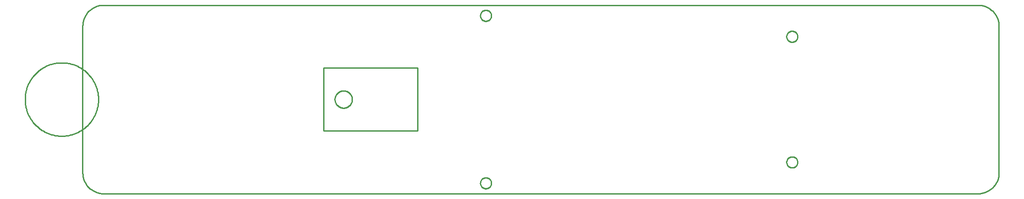
<source format=gbr>
G04 EAGLE Gerber RS-274X export*
G75*
%MOMM*%
%FSLAX34Y34*%
%LPD*%
%IN*%
%IPPOS*%
%AMOC8*
5,1,8,0,0,1.08239X$1,22.5*%
G01*
%ADD10C,0.254000*%


D10*
X0Y40000D02*
X152Y36514D01*
X608Y33054D01*
X1363Y29647D01*
X2412Y26319D01*
X3748Y23095D01*
X5359Y20000D01*
X7234Y17057D01*
X9358Y14289D01*
X11716Y11716D01*
X14289Y9358D01*
X17057Y7234D01*
X20000Y5359D01*
X23095Y3748D01*
X26319Y2412D01*
X29647Y1363D01*
X33054Y608D01*
X36514Y152D01*
X40000Y0D01*
X1710000Y0D01*
X1713486Y152D01*
X1716946Y608D01*
X1720353Y1363D01*
X1723681Y2412D01*
X1726905Y3748D01*
X1730000Y5359D01*
X1732943Y7234D01*
X1735712Y9358D01*
X1738284Y11716D01*
X1740642Y14289D01*
X1742766Y17057D01*
X1744641Y20000D01*
X1746252Y23095D01*
X1747588Y26319D01*
X1748637Y29647D01*
X1749392Y33054D01*
X1749848Y36514D01*
X1750000Y40000D01*
X1750000Y320000D01*
X1749848Y323486D01*
X1749392Y326946D01*
X1748637Y330353D01*
X1747588Y333681D01*
X1746252Y336905D01*
X1744641Y340000D01*
X1742766Y342943D01*
X1740642Y345712D01*
X1738284Y348284D01*
X1735712Y350642D01*
X1732943Y352766D01*
X1730000Y354641D01*
X1726905Y356252D01*
X1723681Y357588D01*
X1720353Y358637D01*
X1716946Y359392D01*
X1713486Y359848D01*
X1710000Y360000D01*
X40000Y360000D01*
X36514Y359848D01*
X33054Y359392D01*
X29647Y358637D01*
X26319Y357588D01*
X23095Y356252D01*
X20000Y354641D01*
X17057Y352766D01*
X14289Y350642D01*
X11716Y348284D01*
X9358Y345712D01*
X7234Y342943D01*
X5359Y340000D01*
X3748Y336905D01*
X2412Y333681D01*
X1363Y330353D01*
X608Y326946D01*
X152Y323486D01*
X0Y320000D01*
X0Y40000D01*
X460000Y120000D02*
X640000Y120000D01*
X640000Y240000D01*
X460000Y240000D01*
X460000Y120000D01*
X1365500Y299587D02*
X1365435Y298765D01*
X1365306Y297950D01*
X1365114Y297148D01*
X1364859Y296363D01*
X1364543Y295601D01*
X1364168Y294866D01*
X1363737Y294162D01*
X1363252Y293495D01*
X1362716Y292867D01*
X1362133Y292284D01*
X1361506Y291748D01*
X1360838Y291263D01*
X1360134Y290832D01*
X1359399Y290457D01*
X1358637Y290141D01*
X1357852Y289886D01*
X1357050Y289694D01*
X1356235Y289565D01*
X1355413Y289500D01*
X1354587Y289500D01*
X1353765Y289565D01*
X1352950Y289694D01*
X1352148Y289886D01*
X1351363Y290141D01*
X1350601Y290457D01*
X1349866Y290832D01*
X1349162Y291263D01*
X1348495Y291748D01*
X1347867Y292284D01*
X1347284Y292867D01*
X1346748Y293495D01*
X1346263Y294162D01*
X1345832Y294866D01*
X1345457Y295601D01*
X1345141Y296363D01*
X1344886Y297148D01*
X1344694Y297950D01*
X1344565Y298765D01*
X1344500Y299587D01*
X1344500Y300413D01*
X1344565Y301235D01*
X1344694Y302050D01*
X1344886Y302852D01*
X1345141Y303637D01*
X1345457Y304399D01*
X1345832Y305134D01*
X1346263Y305838D01*
X1346748Y306506D01*
X1347284Y307133D01*
X1347867Y307716D01*
X1348495Y308252D01*
X1349162Y308737D01*
X1349866Y309168D01*
X1350601Y309543D01*
X1351363Y309859D01*
X1352148Y310114D01*
X1352950Y310306D01*
X1353765Y310435D01*
X1354587Y310500D01*
X1355413Y310500D01*
X1356235Y310435D01*
X1357050Y310306D01*
X1357852Y310114D01*
X1358637Y309859D01*
X1359399Y309543D01*
X1360134Y309168D01*
X1360838Y308737D01*
X1361506Y308252D01*
X1362133Y307716D01*
X1362716Y307133D01*
X1363252Y306506D01*
X1363737Y305838D01*
X1364168Y305134D01*
X1364543Y304399D01*
X1364859Y303637D01*
X1365114Y302852D01*
X1365306Y302050D01*
X1365435Y301235D01*
X1365500Y300413D01*
X1365500Y299587D01*
X1365500Y59587D02*
X1365435Y58765D01*
X1365306Y57950D01*
X1365114Y57148D01*
X1364859Y56363D01*
X1364543Y55601D01*
X1364168Y54866D01*
X1363737Y54162D01*
X1363252Y53495D01*
X1362716Y52867D01*
X1362133Y52284D01*
X1361506Y51748D01*
X1360838Y51263D01*
X1360134Y50832D01*
X1359399Y50457D01*
X1358637Y50141D01*
X1357852Y49886D01*
X1357050Y49694D01*
X1356235Y49565D01*
X1355413Y49500D01*
X1354587Y49500D01*
X1353765Y49565D01*
X1352950Y49694D01*
X1352148Y49886D01*
X1351363Y50141D01*
X1350601Y50457D01*
X1349866Y50832D01*
X1349162Y51263D01*
X1348495Y51748D01*
X1347867Y52284D01*
X1347284Y52867D01*
X1346748Y53495D01*
X1346263Y54162D01*
X1345832Y54866D01*
X1345457Y55601D01*
X1345141Y56363D01*
X1344886Y57148D01*
X1344694Y57950D01*
X1344565Y58765D01*
X1344500Y59587D01*
X1344500Y60413D01*
X1344565Y61235D01*
X1344694Y62050D01*
X1344886Y62852D01*
X1345141Y63637D01*
X1345457Y64399D01*
X1345832Y65134D01*
X1346263Y65838D01*
X1346748Y66506D01*
X1347284Y67133D01*
X1347867Y67716D01*
X1348495Y68252D01*
X1349162Y68737D01*
X1349866Y69168D01*
X1350601Y69543D01*
X1351363Y69859D01*
X1352148Y70114D01*
X1352950Y70306D01*
X1353765Y70435D01*
X1354587Y70500D01*
X1355413Y70500D01*
X1356235Y70435D01*
X1357050Y70306D01*
X1357852Y70114D01*
X1358637Y69859D01*
X1359399Y69543D01*
X1360134Y69168D01*
X1360838Y68737D01*
X1361506Y68252D01*
X1362133Y67716D01*
X1362716Y67133D01*
X1363252Y66506D01*
X1363737Y65838D01*
X1364168Y65134D01*
X1364543Y64399D01*
X1364859Y63637D01*
X1365114Y62852D01*
X1365306Y62050D01*
X1365435Y61235D01*
X1365500Y60413D01*
X1365500Y59587D01*
X30000Y178855D02*
X29925Y176565D01*
X29775Y174279D01*
X29551Y171999D01*
X29252Y169728D01*
X28878Y167467D01*
X28432Y165220D01*
X27911Y162989D01*
X27318Y160776D01*
X26653Y158584D01*
X25917Y156415D01*
X25110Y154270D01*
X24233Y152154D01*
X23288Y150067D01*
X22274Y148012D01*
X21195Y145992D01*
X20049Y144008D01*
X18839Y142063D01*
X17566Y140158D01*
X16232Y138295D01*
X14837Y136478D01*
X13384Y134707D01*
X11874Y132985D01*
X10307Y131313D01*
X8688Y129693D01*
X7015Y128126D01*
X5293Y126616D01*
X3522Y125163D01*
X1705Y123768D01*
X-158Y122434D01*
X-2063Y121161D01*
X-4008Y119951D01*
X-5992Y118806D01*
X-8012Y117726D01*
X-10067Y116712D01*
X-12154Y115767D01*
X-14270Y114890D01*
X-16415Y114083D01*
X-18584Y113347D01*
X-20776Y112682D01*
X-22989Y112089D01*
X-25220Y111569D01*
X-27467Y111122D01*
X-29728Y110748D01*
X-31999Y110449D01*
X-34279Y110225D01*
X-36565Y110075D01*
X-38855Y110000D01*
X-41145Y110000D01*
X-43435Y110075D01*
X-45721Y110225D01*
X-48001Y110449D01*
X-50273Y110748D01*
X-52533Y111122D01*
X-54780Y111569D01*
X-57011Y112089D01*
X-59224Y112682D01*
X-61416Y113347D01*
X-63585Y114083D01*
X-65730Y114890D01*
X-67846Y115767D01*
X-69933Y116712D01*
X-71988Y117726D01*
X-74008Y118806D01*
X-75992Y119951D01*
X-77938Y121161D01*
X-79842Y122434D01*
X-81705Y123768D01*
X-83522Y125163D01*
X-85293Y126616D01*
X-87015Y128126D01*
X-88688Y129693D01*
X-90307Y131313D01*
X-91874Y132985D01*
X-93384Y134707D01*
X-94837Y136478D01*
X-96232Y138295D01*
X-97566Y140158D01*
X-98839Y142063D01*
X-100049Y144008D01*
X-101195Y145992D01*
X-102274Y148012D01*
X-103288Y150067D01*
X-104233Y152154D01*
X-105110Y154270D01*
X-105917Y156415D01*
X-106653Y158584D01*
X-107318Y160776D01*
X-107911Y162989D01*
X-108432Y165220D01*
X-108878Y167467D01*
X-109252Y169728D01*
X-109551Y171999D01*
X-109775Y174279D01*
X-109925Y176565D01*
X-110000Y178855D01*
X-110000Y181145D01*
X-109925Y183435D01*
X-109775Y185721D01*
X-109551Y188001D01*
X-109252Y190273D01*
X-108878Y192533D01*
X-108432Y194780D01*
X-107911Y197011D01*
X-107318Y199224D01*
X-106653Y201416D01*
X-105917Y203585D01*
X-105110Y205730D01*
X-104233Y207846D01*
X-103288Y209933D01*
X-102274Y211988D01*
X-101195Y214008D01*
X-100049Y215992D01*
X-98839Y217938D01*
X-97566Y219842D01*
X-96232Y221705D01*
X-94837Y223522D01*
X-93384Y225293D01*
X-91874Y227015D01*
X-90307Y228688D01*
X-88688Y230307D01*
X-87015Y231874D01*
X-85293Y233384D01*
X-83522Y234837D01*
X-81705Y236232D01*
X-79842Y237566D01*
X-77938Y238839D01*
X-75992Y240049D01*
X-74008Y241195D01*
X-71988Y242274D01*
X-69933Y243288D01*
X-67846Y244233D01*
X-65730Y245110D01*
X-63585Y245917D01*
X-61416Y246653D01*
X-59224Y247318D01*
X-57011Y247911D01*
X-54780Y248432D01*
X-52533Y248878D01*
X-50273Y249252D01*
X-48001Y249551D01*
X-45721Y249775D01*
X-43435Y249925D01*
X-41145Y250000D01*
X-38855Y250000D01*
X-36565Y249925D01*
X-34279Y249775D01*
X-31999Y249551D01*
X-29728Y249252D01*
X-27467Y248878D01*
X-25220Y248432D01*
X-22989Y247911D01*
X-20776Y247318D01*
X-18584Y246653D01*
X-16415Y245917D01*
X-14270Y245110D01*
X-12154Y244233D01*
X-10067Y243288D01*
X-8012Y242274D01*
X-5992Y241195D01*
X-4008Y240049D01*
X-2063Y238839D01*
X-158Y237566D01*
X1705Y236232D01*
X3522Y234837D01*
X5293Y233384D01*
X7015Y231874D01*
X8688Y230307D01*
X10307Y228688D01*
X11874Y227015D01*
X13384Y225293D01*
X14837Y223522D01*
X16232Y221705D01*
X17566Y219842D01*
X18839Y217938D01*
X20049Y215992D01*
X21195Y214008D01*
X22274Y211988D01*
X23288Y209933D01*
X24233Y207846D01*
X25110Y205730D01*
X25917Y203585D01*
X26653Y201416D01*
X27318Y199224D01*
X27911Y197011D01*
X28432Y194780D01*
X28878Y192533D01*
X29252Y190273D01*
X29551Y188001D01*
X29775Y185721D01*
X29925Y183435D01*
X30000Y181145D01*
X30000Y178855D01*
X780500Y339587D02*
X780435Y338765D01*
X780306Y337950D01*
X780114Y337148D01*
X779859Y336363D01*
X779543Y335601D01*
X779168Y334866D01*
X778737Y334162D01*
X778252Y333495D01*
X777716Y332867D01*
X777133Y332284D01*
X776506Y331748D01*
X775838Y331263D01*
X775134Y330832D01*
X774399Y330457D01*
X773637Y330141D01*
X772852Y329886D01*
X772050Y329694D01*
X771235Y329565D01*
X770413Y329500D01*
X769587Y329500D01*
X768765Y329565D01*
X767950Y329694D01*
X767148Y329886D01*
X766363Y330141D01*
X765601Y330457D01*
X764866Y330832D01*
X764162Y331263D01*
X763495Y331748D01*
X762867Y332284D01*
X762284Y332867D01*
X761748Y333495D01*
X761263Y334162D01*
X760832Y334866D01*
X760457Y335601D01*
X760141Y336363D01*
X759886Y337148D01*
X759694Y337950D01*
X759565Y338765D01*
X759500Y339587D01*
X759500Y340413D01*
X759565Y341235D01*
X759694Y342050D01*
X759886Y342852D01*
X760141Y343637D01*
X760457Y344399D01*
X760832Y345134D01*
X761263Y345838D01*
X761748Y346506D01*
X762284Y347133D01*
X762867Y347716D01*
X763495Y348252D01*
X764162Y348737D01*
X764866Y349168D01*
X765601Y349543D01*
X766363Y349859D01*
X767148Y350114D01*
X767950Y350306D01*
X768765Y350435D01*
X769587Y350500D01*
X770413Y350500D01*
X771235Y350435D01*
X772050Y350306D01*
X772852Y350114D01*
X773637Y349859D01*
X774399Y349543D01*
X775134Y349168D01*
X775838Y348737D01*
X776506Y348252D01*
X777133Y347716D01*
X777716Y347133D01*
X778252Y346506D01*
X778737Y345838D01*
X779168Y345134D01*
X779543Y344399D01*
X779859Y343637D01*
X780114Y342852D01*
X780306Y342050D01*
X780435Y341235D01*
X780500Y340413D01*
X780500Y339587D01*
X780500Y19587D02*
X780435Y18765D01*
X780306Y17950D01*
X780114Y17148D01*
X779859Y16363D01*
X779543Y15601D01*
X779168Y14866D01*
X778737Y14162D01*
X778252Y13495D01*
X777716Y12867D01*
X777133Y12284D01*
X776506Y11748D01*
X775838Y11263D01*
X775134Y10832D01*
X774399Y10457D01*
X773637Y10141D01*
X772852Y9886D01*
X772050Y9694D01*
X771235Y9565D01*
X770413Y9500D01*
X769587Y9500D01*
X768765Y9565D01*
X767950Y9694D01*
X767148Y9886D01*
X766363Y10141D01*
X765601Y10457D01*
X764866Y10832D01*
X764162Y11263D01*
X763495Y11748D01*
X762867Y12284D01*
X762284Y12867D01*
X761748Y13495D01*
X761263Y14162D01*
X760832Y14866D01*
X760457Y15601D01*
X760141Y16363D01*
X759886Y17148D01*
X759694Y17950D01*
X759565Y18765D01*
X759500Y19587D01*
X759500Y20413D01*
X759565Y21235D01*
X759694Y22050D01*
X759886Y22852D01*
X760141Y23637D01*
X760457Y24399D01*
X760832Y25134D01*
X761263Y25838D01*
X761748Y26506D01*
X762284Y27133D01*
X762867Y27716D01*
X763495Y28252D01*
X764162Y28737D01*
X764866Y29168D01*
X765601Y29543D01*
X766363Y29859D01*
X767148Y30114D01*
X767950Y30306D01*
X768765Y30435D01*
X769587Y30500D01*
X770413Y30500D01*
X771235Y30435D01*
X772050Y30306D01*
X772852Y30114D01*
X773637Y29859D01*
X774399Y29543D01*
X775134Y29168D01*
X775838Y28737D01*
X776506Y28252D01*
X777133Y27716D01*
X777716Y27133D01*
X778252Y26506D01*
X778737Y25838D01*
X779168Y25134D01*
X779543Y24399D01*
X779859Y23637D01*
X780114Y22852D01*
X780306Y22050D01*
X780435Y21235D01*
X780500Y20413D01*
X780500Y19587D01*
X498780Y196510D02*
X499859Y196439D01*
X500931Y196298D01*
X501991Y196087D01*
X503035Y195808D01*
X504059Y195460D01*
X505057Y195046D01*
X506027Y194568D01*
X506963Y194028D01*
X507862Y193427D01*
X508719Y192769D01*
X509532Y192057D01*
X510297Y191292D01*
X511009Y190479D01*
X511667Y189622D01*
X512268Y188723D01*
X512808Y187787D01*
X513286Y186817D01*
X513700Y185819D01*
X514048Y184795D01*
X514327Y183751D01*
X514538Y182691D01*
X514679Y181619D01*
X514750Y180540D01*
X514750Y179460D01*
X514679Y178381D01*
X514538Y177309D01*
X514327Y176249D01*
X514048Y175205D01*
X513700Y174181D01*
X513286Y173183D01*
X512808Y172213D01*
X512268Y171277D01*
X511667Y170378D01*
X511009Y169521D01*
X510297Y168708D01*
X509532Y167944D01*
X508719Y167231D01*
X507862Y166573D01*
X506963Y165972D01*
X506027Y165432D01*
X505057Y164954D01*
X504059Y164540D01*
X503035Y164192D01*
X501991Y163913D01*
X500931Y163702D01*
X499859Y163561D01*
X498780Y163490D01*
X497700Y163490D01*
X496621Y163561D01*
X495549Y163702D01*
X494489Y163913D01*
X493445Y164192D01*
X492421Y164540D01*
X491423Y164954D01*
X490453Y165432D01*
X489517Y165972D01*
X488618Y166573D01*
X487761Y167231D01*
X486948Y167944D01*
X486184Y168708D01*
X485471Y169521D01*
X484813Y170378D01*
X484212Y171277D01*
X483672Y172213D01*
X483194Y173183D01*
X482780Y174181D01*
X482432Y175205D01*
X482153Y176249D01*
X481942Y177309D01*
X481801Y178381D01*
X481730Y179460D01*
X481730Y180540D01*
X481801Y181619D01*
X481942Y182691D01*
X482153Y183751D01*
X482432Y184795D01*
X482780Y185819D01*
X483194Y186817D01*
X483672Y187787D01*
X484212Y188723D01*
X484813Y189622D01*
X485471Y190479D01*
X486184Y191292D01*
X486948Y192057D01*
X487761Y192769D01*
X488618Y193427D01*
X489517Y194028D01*
X490453Y194568D01*
X491423Y195046D01*
X492421Y195460D01*
X493445Y195808D01*
X494489Y196087D01*
X495549Y196298D01*
X496621Y196439D01*
X497700Y196510D01*
X498780Y196510D01*
M02*

</source>
